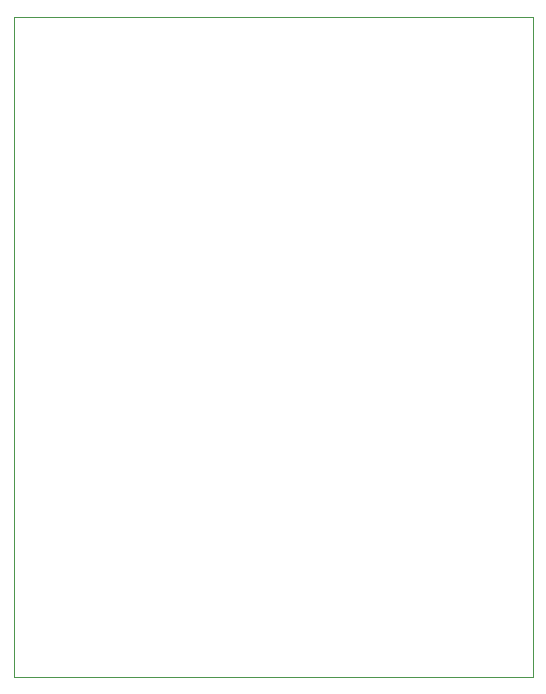
<source format=gbr>
G04 #@! TF.GenerationSoftware,KiCad,Pcbnew,(5.1.6)-1*
G04 #@! TF.CreationDate,2021-03-05T11:33:03+01:00*
G04 #@! TF.ProjectId,rfreplacement,72667265-706c-4616-9365-6d656e742e6b,rev?*
G04 #@! TF.SameCoordinates,Original*
G04 #@! TF.FileFunction,Profile,NP*
%FSLAX46Y46*%
G04 Gerber Fmt 4.6, Leading zero omitted, Abs format (unit mm)*
G04 Created by KiCad (PCBNEW (5.1.6)-1) date 2021-03-05 11:33:03*
%MOMM*%
%LPD*%
G01*
G04 APERTURE LIST*
G04 #@! TA.AperFunction,Profile*
%ADD10C,0.100000*%
G04 #@! TD*
G04 APERTURE END LIST*
D10*
X148082000Y-110998000D02*
X104140000Y-110998000D01*
X148082000Y-55118000D02*
X148082000Y-110998000D01*
X104140000Y-55118000D02*
X148082000Y-55118000D01*
X104140000Y-83058000D02*
X104140000Y-110998000D01*
X104140000Y-83058000D02*
X104140000Y-55118000D01*
M02*

</source>
